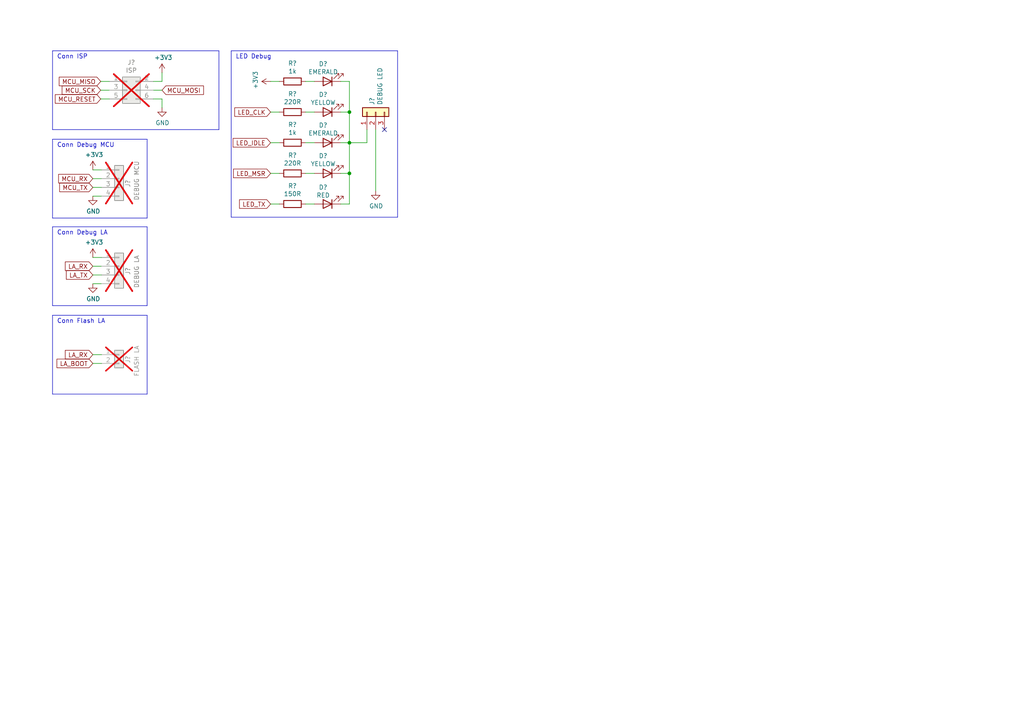
<source format=kicad_sch>
(kicad_sch (version 20230121) (generator eeschema)
  (paper "A4")
  (lib_symbols
    (symbol "Connector_Generic:Conn_01x02" (pin_names (offset 1.016) hide)
      (property "Reference" "J" (at 0 2.54 0))
      (property "Value" "Conn_01x02" (at 0 -5.08 0))
      (symbol "Conn_01x02_1_1"
        (rectangle (start -1.27 -2.413) (end 0 -2.667) (stroke (width 0.1524)))
        (rectangle (start -1.27 0.127) (end 0 -0.127) (stroke (width 0.1524)))
        (rectangle (start -1.27 1.27) (end 1.27 -3.81) (stroke (width 0.254)) (fill (type background)))
        (pin passive line (at -5.08 0 0) (length 3.81) (name "Pin_1") (number "1"))
        (pin passive line (at -5.08 -2.54 0) (length 3.81) (name "Pin_2") (number "2"))
      )
    )
    (symbol "Connector_Generic:Conn_01x03" (pin_names (offset 1.016) hide)
      (property "Reference" "J" (at 0 5.08 0))
      (property "Value" "Conn_01x03" (at 0 -5.08 0))
      (symbol "Conn_01x03_1_1"
        (rectangle (start -1.27 -2.413) (end 0 -2.667) (stroke (width 0.1524)))
        (rectangle (start -1.27 0.127) (end 0 -0.127) (stroke (width 0.1524)))
        (rectangle (start -1.27 2.667) (end 0 2.413) (stroke (width 0.1524)))
        (rectangle (start -1.27 3.81) (end 1.27 -3.81) (stroke (width 0.254)) (fill (type background)))
        (pin passive line (at -5.08 2.54 0) (length 3.81) (name "Pin_1") (number "1"))
        (pin passive line (at -5.08 0 0) (length 3.81) (name "Pin_2") (number "2"))
        (pin passive line (at -5.08 -2.54 0) (length 3.81) (name "Pin_3") (number "3"))
      )
    )
    (symbol "Connector_Generic:Conn_01x04" (pin_names (offset 1.016) hide)
      (property "Reference" "J" (at 0 5.08 0))
      (property "Value" "Conn_01x04" (at 0 -7.62 0))
      (symbol "Conn_01x04_1_1"
        (rectangle (start -1.27 -4.953) (end 0 -5.207) (stroke (width 0.1524)))
        (rectangle (start -1.27 -2.413) (end 0 -2.667) (stroke (width 0.1524)))
        (rectangle (start -1.27 0.127) (end 0 -0.127) (stroke (width 0.1524)))
        (rectangle (start -1.27 2.667) (end 0 2.413) (stroke (width 0.1524)))
        (rectangle (start -1.27 3.81) (end 1.27 -6.35) (stroke (width 0.254)) (fill (type background)))
        (pin passive line (at -5.08 2.54 0) (length 3.81) (name "Pin_1") (number "1"))
        (pin passive line (at -5.08 0 0) (length 3.81) (name "Pin_2") (number "2"))
        (pin passive line (at -5.08 -2.54 0) (length 3.81) (name "Pin_3") (number "3"))
        (pin passive line (at -5.08 -5.08 0) (length 3.81) (name "Pin_4") (number "4"))
      )
    )
    (symbol "Connector_Generic:Conn_02x03_Odd_Even" (pin_names (offset 1.016) hide)
      (property "Reference" "J" (at 1.27 5.08 0))
      (property "Value" "Conn_02x03_Odd_Even" (at 1.27 -5.08 0))
      (symbol "Conn_02x03_Odd_Even_1_1"
        (rectangle (start -1.27 -2.413) (end 0 -2.667) (stroke (width 0.1524)))
        (rectangle (start -1.27 0.127) (end 0 -0.127) (stroke (width 0.1524)))
        (rectangle (start -1.27 2.667) (end 0 2.413) (stroke (width 0.1524)))
        (rectangle (start -1.27 3.81) (end 3.81 -3.81) (stroke (width 0.254)) (fill (type background)))
        (rectangle (start 3.81 -2.413) (end 2.54 -2.667) (stroke (width 0.1524)))
        (rectangle (start 3.81 0.127) (end 2.54 -0.127) (stroke (width 0.1524)))
        (rectangle (start 3.81 2.667) (end 2.54 2.413) (stroke (width 0.1524)))
        (pin passive line (at -5.08 2.54 0) (length 3.81) (name "Pin_1") (number "1"))
        (pin passive line (at 7.62 2.54 180) (length 3.81) (name "Pin_2") (number "2"))
        (pin passive line (at -5.08 0 0) (length 3.81) (name "Pin_3") (number "3"))
        (pin passive line (at 7.62 0 180) (length 3.81) (name "Pin_4") (number "4"))
        (pin passive line (at -5.08 -2.54 0) (length 3.81) (name "Pin_5") (number "5"))
        (pin passive line (at 7.62 -2.54 180) (length 3.81) (name "Pin_6") (number "6"))
      )
    )
    (symbol "Device:LED" (pin_numbers hide) (pin_names (offset 1.016) hide)
      (property "Reference" "D" (at 0 2.54 0))
      (property "Value" "LED" (at 0 -2.54 0))
      (symbol "LED_0_1"
        (polyline (pts (xy -1.27 -1.27) (xy -1.27 1.27)) (stroke (width 0.254)))
        (polyline (pts (xy -1.27 0) (xy 1.27 0)))
        (polyline (pts (xy 1.27 -1.27) (xy 1.27 1.27) (xy -1.27 0) (xy 1.27 -1.27)) (stroke (width 0.254)))
        (polyline (pts (xy -3.048 -0.762) (xy -4.572 -2.286) (xy -3.81 -2.286) (xy -4.572 -2.286) (xy -4.572 -1.524)))
        (polyline (pts (xy -1.778 -0.762) (xy -3.302 -2.286) (xy -2.54 -2.286) (xy -3.302 -2.286) (xy -3.302 -1.524)))
      )
      (symbol "LED_1_1"
        (pin passive line (at -3.81 0 0) (length 2.54) (name "K") (number "1"))
        (pin passive line (at 3.81 0 180) (length 2.54) (name "A") (number "2"))
      )
    )
    (symbol "Device:R" (pin_numbers hide) (pin_names (offset 0))
      (property "Reference" "R" (at 2.032 0 90))
      (property "Value" "R" (at 0 0 90))
      (symbol "R_0_1"
        (rectangle (start -1.016 -2.54) (end 1.016 2.54) (stroke (width 0.254)))
      )
      (symbol "R_1_1"
        (pin passive line (at 0 3.81 270) (length 1.27) (name "~") (number "1"))
        (pin passive line (at 0 -3.81 90) (length 1.27) (name "~") (number "2"))
      )
    )
    (symbol "lofence-rescue:+3.3V-power" (power) (pin_names (offset 0))
      (property "Value" "+3.3V-power" (at 0 3.556 0))
      (symbol "+3.3V-power_0_1"
        (polyline (pts (xy -0.762 1.27) (xy 0 2.54)))
        (polyline (pts (xy 0 0) (xy 0 2.54)))
        (polyline (pts (xy 0 2.54) (xy 0.762 1.27)))
      )
      (symbol "+3.3V-power_1_1"
        (pin power_in line (at 0 0 90) (length 0) hide (name "+3V3") (number "1"))
      )
    )
    (symbol "power:GND" (power) (pin_names (offset 0))
      (property "Value" "GND" (at 0 -3.81 0))
      (symbol "GND_0_1"
        (polyline (pts (xy 0 0) (xy 0 -1.27) (xy 1.27 -1.27) (xy 0 -2.54) (xy -1.27 -1.27) (xy 0 -1.27)))
      )
      (symbol "GND_1_1"
        (pin power_in line (at 0 0 270) (length 0) hide (name "GND") (number "1"))
      )
    )
  )
  (junction (at 101.346 32.512))
  (junction (at 101.346 41.402))
  (junction (at 101.346 50.292))
  (no_connect (at 111.506 37.592))
  (polyline (pts (xy 42.672 91.44) (xy 15.24 91.44)))
  (wire (pts (xy 31.75 28.702) (xy 29.21 28.702)))
  (wire (pts (xy 29.464 51.816) (xy 26.924 51.816)))
  (wire (pts (xy 101.346 41.402) (xy 98.806 41.402)))
  (polyline (pts (xy 42.672 63.246) (xy 42.672 40.386)))
  (polyline (pts (xy 15.24 14.732) (xy 63.5 14.732)))
  (polyline (pts (xy 63.5 37.592) (xy 15.24 37.592)))
  (polyline (pts (xy 42.672 114.3) (xy 42.672 91.44)))
  (wire (pts (xy 78.486 32.512) (xy 81.026 32.512)))
  (wire (pts (xy 46.99 23.622) (xy 46.99 21.082)))
  (wire (pts (xy 101.346 41.402) (xy 106.426 41.402)))
  (wire (pts (xy 101.346 23.622) (xy 98.806 23.622)))
  (wire (pts (xy 29.464 74.676) (xy 26.924 74.676)))
  (wire (pts (xy 78.486 41.402) (xy 81.026 41.402)))
  (wire (pts (xy 91.186 59.182) (xy 88.646 59.182)))
  (wire (pts (xy 31.75 23.622) (xy 29.21 23.622)))
  (polyline (pts (xy 42.672 63.246) (xy 15.24 63.246)))
  (wire (pts (xy 101.346 59.182) (xy 101.346 50.292)))
  (wire (pts (xy 29.464 56.896) (xy 26.924 56.896)))
  (wire (pts (xy 78.486 59.182) (xy 81.026 59.182)))
  (wire (pts (xy 91.186 32.512) (xy 88.646 32.512)))
  (wire (pts (xy 31.75 26.162) (xy 29.21 26.162)))
  (polyline (pts (xy 42.672 88.646) (xy 42.672 65.786)))
  (polyline (pts (xy 15.24 63.246) (xy 15.24 40.386)))
  (wire (pts (xy 46.99 26.162) (xy 44.45 26.162)))
  (polyline (pts (xy 115.316 14.732) (xy 67.056 14.732)))
  (wire (pts (xy 106.426 41.402) (xy 106.426 37.592)))
  (polyline (pts (xy 15.24 14.732) (xy 15.24 37.592)))
  (polyline (pts (xy 15.24 114.3) (xy 42.672 114.3)))
  (wire (pts (xy 26.924 102.87) (xy 29.464 102.87)))
  (polyline (pts (xy 42.672 40.386) (xy 15.24 40.386)))
  (polyline (pts (xy 15.24 88.646) (xy 15.24 65.786)))
  (wire (pts (xy 78.486 50.292) (xy 81.026 50.292)))
  (polyline (pts (xy 67.056 14.732) (xy 67.056 62.992)))
  (wire (pts (xy 29.464 49.276) (xy 26.924 49.276)))
  (polyline (pts (xy 15.24 114.3) (xy 15.24 91.44)))
  (wire (pts (xy 29.464 82.296) (xy 26.924 82.296)))
  (wire (pts (xy 78.486 23.622) (xy 81.026 23.622)))
  (wire (pts (xy 91.186 23.622) (xy 88.646 23.622)))
  (wire (pts (xy 101.346 50.292) (xy 98.806 50.292)))
  (wire (pts (xy 29.464 54.356) (xy 26.924 54.356)))
  (wire (pts (xy 101.346 59.182) (xy 98.806 59.182)))
  (polyline (pts (xy 115.316 14.732) (xy 115.316 62.992)))
  (wire (pts (xy 26.924 79.756) (xy 29.464 79.756)))
  (wire (pts (xy 46.99 28.702) (xy 44.45 28.702)))
  (wire (pts (xy 46.99 31.242) (xy 46.99 28.702)))
  (polyline (pts (xy 115.316 62.992) (xy 67.056 62.992)))
  (wire (pts (xy 101.346 50.292) (xy 101.346 41.402)))
  (wire (pts (xy 26.924 105.41) (xy 29.464 105.41)))
  (wire (pts (xy 91.186 50.292) (xy 88.646 50.292)))
  (polyline (pts (xy 42.672 65.786) (xy 15.24 65.786)))
  (polyline (pts (xy 15.24 88.646) (xy 42.672 88.646)))
  (polyline (pts (xy 63.5 14.732) (xy 63.5 37.592)))
  (wire (pts (xy 108.966 55.372) (xy 108.966 37.592)))
  (wire (pts (xy 101.346 41.402) (xy 101.346 32.512)))
  (wire (pts (xy 101.346 32.512) (xy 98.806 32.512)))
  (wire (pts (xy 101.346 23.622) (xy 101.346 32.512)))
  (wire (pts (xy 26.924 77.216) (xy 29.464 77.216)))
  (wire (pts (xy 44.45 23.622) (xy 46.99 23.622)))
  (wire (pts (xy 88.646 41.402) (xy 91.186 41.402)))
  (text "Conn Flash LA" (at 16.51 93.98 0) (effects (font (size 1.27 1.27)) (justify left bottom)))
  (text "Conn Debug MCU" (at 16.51 42.926 0) (effects (font (size 1.27 1.27)) (justify left bottom)))
  (text "Conn Debug LA" (at 16.51 68.326 0) (effects (font (size 1.27 1.27)) (justify left bottom)))
  (text "Conn ISP" (at 16.51 17.272 0) (effects (font (size 1.27 1.27)) (justify left bottom)))
  (text "LED Debug" (at 68.326 17.272 0) (effects (font (size 1.27 1.27)) (justify left bottom)))
  (global_label "LED_CLK" (shape input) (at 78.486 32.512 180) (property "Intersheetrefs" "${INTERSHEET_REFS}" (effects hide)))
  (global_label "LED_IDLE" (shape input) (at 78.486 41.402 180) (property "Intersheetrefs" "${INTERSHEET_REFS}" (effects hide)))
  (global_label "MCU_MISO" (shape input) (at 29.21 23.622 180) (property "Intersheetrefs" "${INTERSHEET_REFS}" (effects hide)))
  (global_label "LA_RX" (shape input) (at 26.924 77.216 180) (property "Intersheetrefs" "${INTERSHEET_REFS}" (effects hide)))
  (global_label "LA_BOOT" (shape input) (at 26.924 105.41 180) (property "Intersheetrefs" "${INTERSHEET_REFS}" (effects hide)))
  (global_label "MCU_MOSI" (shape input) (at 46.99 26.162 0) (property "Intersheetrefs" "${INTERSHEET_REFS}" (effects hide)))
  (global_label "MCU_RX" (shape input) (at 26.924 51.816 180) (property "Intersheetrefs" "${INTERSHEET_REFS}" (effects hide)))
  (global_label "LA_RX" (shape input) (at 26.924 102.87 180) (property "Intersheetrefs" "${INTERSHEET_REFS}" (effects hide)))
  (global_label "MCU_TX" (shape input) (at 26.924 54.356 180) (property "Intersheetrefs" "${INTERSHEET_REFS}" (effects hide)))
  (global_label "LA_TX" (shape input) (at 26.924 79.756 180) (property "Intersheetrefs" "${INTERSHEET_REFS}" (effects hide)))
  (global_label "LED_MSR" (shape input) (at 78.486 50.292 180) (property "Intersheetrefs" "${INTERSHEET_REFS}" (effects hide)))
  (global_label "LED_TX" (shape input) (at 78.486 59.182 180) (property "Intersheetrefs" "${INTERSHEET_REFS}" (effects hide)))
  (global_label "MCU_RESET" (shape input) (at 29.21 28.702 180) (property "Intersheetrefs" "${INTERSHEET_REFS}" (effects hide)))
  (global_label "MCU_SCK" (shape input) (at 29.21 26.162 180) (property "Intersheetrefs" "${INTERSHEET_REFS}" (effects hide)))
  (symbol (lib_id "Device:LED") (at 94.996 23.622 180) (unit 1)
    (property "Reference" "D?" (at 93.726 18.542 0))
    (property "Value" "EMERALD" (at 93.726 20.8534 0))
    (property "Footprint" "LED_SMD:LED_0805_2012Metric_Pad1.15x1.40mm_HandSolder" (effects hide))
    (property "JLCPCB Part #" "C2297" (effects hide))
    (instances (project "LoFence" (path "" (reference "D?") (unit 1)) (path "" (reference "D4") (unit 1))))
  )
  (symbol (lib_id "lofence-rescue:+3.3V-power") (at 26.924 74.676 0) (unit 1)
    (property "Reference" "#PWR?" (effects hide))
    (property "Value" "+3.3V" (at 27.305 70.2818 0))
    (instances (project "LoFence" (path "" (reference "#PWR?") (unit 1)) (path "" (reference "#PWR035") (unit 1))))
  )
  (symbol (lib_id "Device:LED") (at 94.996 41.402 180) (unit 1)
    (property "Reference" "D?" (at 93.726 36.322 0))
    (property "Value" "EMERALD" (at 93.726 38.6334 0))
    (property "Footprint" "LED_SMD:LED_0805_2012Metric_Pad1.15x1.40mm_HandSolder" (effects hide))
    (property "JLCPCB Part #" "C2297" (effects hide))
    (instances (project "LoFence" (path "" (reference "D?") (unit 1)) (path "" (reference "D6") (unit 1))))
  )
  (symbol (lib_id "Connector_Generic:Conn_01x04") (at 34.544 77.216 0) (unit 1) (in_bom no) (dnp yes)
    (property "Reference" "J?" (at 37.084 79.756 90) (effects (justify left)))
    (property "Value" "DEBUG LA" (at 39.624 83.566 90) (effects (justify left)))
    (property "Footprint" "Connector_PinHeader_2.54mm:PinHeader_1x04_P2.54mm_Vertical" (effects hide))
    (instances (project "LoFence" (path "" (reference "J?") (unit 1)) (path "" (reference "J6") (unit 1))))
  )
  (symbol (lib_id "lofence-rescue:+3.3V-power") (at 46.99 21.082 0) (unit 1)
    (property "Reference" "#PWR?" (effects hide))
    (property "Value" "+3.3V" (at 47.371 16.6878 0))
    (instances (project "LoFence" (path "" (reference "#PWR?") (unit 1)) (path "" (reference "#PWR037") (unit 1))))
  )
  (symbol (lib_id "Device:LED") (at 94.996 50.292 180) (unit 1)
    (property "Reference" "D?" (at 93.726 45.212 0))
    (property "Value" "YELLOW" (at 93.726 47.5234 0))
    (property "Footprint" "LED_SMD:LED_0805_2012Metric_Pad1.15x1.40mm_HandSolder" (effects hide))
    (property "JLCPCB Part #" "C2296" (effects hide))
    (instances (project "LoFence" (path "" (reference "D?") (unit 1)) (path "" (reference "D7") (unit 1))))
  )
  (symbol (lib_id "Device:R") (at 84.836 32.512 270) (unit 1)
    (property "Reference" "R?" (at 84.836 27.2542 90))
    (property "Value" "220R" (at 84.836 29.5656 90))
    (property "Footprint" "Resistor_SMD:R_0603_1608Metric_Pad0.98x0.95mm_HandSolder" (effects hide))
    (instances (project "LoFence" (path "" (reference "R?") (unit 1)) (path "" (reference "R20") (unit 1))))
  )
  (symbol (lib_id "power:GND") (at 26.924 56.896 0) (unit 1)
    (property "Reference" "#PWR?" (effects hide))
    (property "Value" "GND" (at 27.051 61.2902 0))
    (instances (project "LoFence" (path "" (reference "#PWR?") (unit 1)) (path "" (reference "#PWR034") (unit 1))))
  )
  (symbol (lib_id "power:GND") (at 26.924 82.296 0) (unit 1)
    (property "Reference" "#PWR?" (effects hide))
    (property "Value" "GND" (at 27.051 86.6902 0))
    (instances (project "LoFence" (path "" (reference "#PWR?") (unit 1)) (path "" (reference "#PWR036") (unit 1))))
  )
  (symbol (lib_id "power:GND") (at 108.966 55.372 0) (unit 1)
    (property "Reference" "#PWR?" (effects hide))
    (property "Value" "GND" (at 109.093 59.7662 0))
    (instances (project "LoFence" (path "" (reference "#PWR?") (unit 1)) (path "" (reference "#PWR040") (unit 1))))
  )
  (symbol (lib_id "Device:R") (at 84.836 50.292 270) (unit 1)
    (property "Reference" "R?" (at 84.836 45.0342 90))
    (property "Value" "220R" (at 84.836 47.3456 90))
    (property "Footprint" "Resistor_SMD:R_0603_1608Metric_Pad0.98x0.95mm_HandSolder" (effects hide))
    (instances (project "LoFence" (path "" (reference "R?") (unit 1)) (path "" (reference "R22") (unit 1))))
  )
  (symbol (lib_id "Device:R") (at 84.836 23.622 270) (unit 1)
    (property "Reference" "R?" (at 84.836 18.3642 90))
    (property "Value" "1k" (at 84.836 20.6756 90))
    (property "Footprint" "Resistor_SMD:R_0603_1608Metric_Pad0.98x0.95mm_HandSolder" (effects hide))
    (instances (project "LoFence" (path "" (reference "R?") (unit 1)) (path "" (reference "R19") (unit 1))))
  )
  (symbol (lib_id "lofence-rescue:+3.3V-power") (at 78.486 23.622 90) (unit 1)
    (property "Reference" "#PWR?" (effects hide))
    (property "Value" "+3.3V" (at 74.0918 23.241 0))
    (instances (project "LoFence" (path "" (reference "#PWR?") (unit 1)) (path "" (reference "#PWR039") (unit 1))))
  )
  (symbol (lib_id "Connector_Generic:Conn_02x03_Odd_Even") (at 36.83 26.162 0) (unit 1) (in_bom no) (dnp yes)
    (property "Reference" "J?" (at 38.1 18.1102 0))
    (property "Value" "ISP" (at 38.1 20.4216 0))
    (property "Footprint" "Connector_PinHeader_2.54mm:PinHeader_2x03_P2.54mm_Vertical" (effects hide))
    (instances (project "LoFence" (path "" (reference "J?") (unit 1)) (path "" (reference "J3") (unit 1))))
  )
  (symbol (lib_id "lofence-rescue:+3.3V-power") (at 26.924 49.276 0) (unit 1)
    (property "Reference" "#PWR?" (effects hide))
    (property "Value" "+3.3V" (at 27.305 44.8818 0))
    (instances (project "LoFence" (path "" (reference "#PWR?") (unit 1)) (path "" (reference "#PWR033") (unit 1))))
  )
  (symbol (lib_id "Connector_Generic:Conn_01x04") (at 34.544 51.816 0) (unit 1) (in_bom no) (dnp yes)
    (property "Reference" "J?" (at 37.084 54.356 90) (effects (justify left)))
    (property "Value" "DEBUG MCU" (at 39.624 58.166 90) (effects (justify left)))
    (property "Footprint" "Connector_PinHeader_2.54mm:PinHeader_1x04_P2.54mm_Vertical" (effects hide))
    (instances (project "LoFence" (path "" (reference "J?") (unit 1)) (path "" (reference "J5") (unit 1))))
  )
  (symbol (lib_id "power:GND") (at 46.99 31.242 0) (unit 1)
    (property "Reference" "#PWR?" (effects hide))
    (property "Value" "GND" (at 47.117 35.6362 0))
    (instances (project "LoFence" (path "" (reference "#PWR?") (unit 1)) (path "" (reference "#PWR038") (unit 1))))
  )
  (symbol (lib_id "Device:LED") (at 94.996 59.182 180) (unit 1)
    (property "Reference" "D?" (at 93.726 54.3306 0))
    (property "Value" "RED" (at 93.726 56.642 0))
    (property "Footprint" "LED_SMD:LED_0805_2012Metric_Pad1.15x1.40mm_HandSolder" (effects hide))
    (property "JLCPCB Part #" "C84256" (effects hide))
    (instances (project "LoFence" (path "" (reference "D?") (unit 1)) (path "" (reference "D8") (unit 1))))
  )
  (symbol (lib_id "Connector_Generic:Conn_01x03") (at 108.966 32.512 90) (unit 1) (in_bom no)
    (property "Reference" "J?" (at 107.8992 30.48 0) (effects (justify left)))
    (property "Value" "DEBUG LED" (at 110.2106 30.48 0) (effects (justify left)))
    (property "Footprint" "Connector_PinHeader_2.54mm:PinHeader_1x03_P2.54mm_Vertical" (effects hide))
    (instances (project "LoFence" (path "" (reference "J?") (unit 1)) (path "" (reference "J4") (unit 1))))
  )
  (symbol (lib_id "Connector_Generic:Conn_01x02") (at 34.544 102.87 0) (unit 1) (in_bom no) (dnp yes)
    (property "Reference" "J?" (at 37.084 105.41 90) (effects (justify left)))
    (property "Value" "FLASH LA" (at 39.624 109.22 90) (effects (justify left)))
    (property "Footprint" "Connector_PinHeader_2.54mm:PinHeader_1x02_P2.54mm_Vertical" (effects hide))
    (instances (project "LoFence" (path "" (reference "J?") (unit 1)) (path "" (reference "J7") (unit 1))))
  )
  (symbol (lib_id "Device:LED") (at 94.996 32.512 180) (unit 1)
    (property "Reference" "D?" (at 93.726 27.432 0))
    (property "Value" "YELLOW" (at 93.726 29.7434 0))
    (property "Footprint" "LED_SMD:LED_0805_2012Metric_Pad1.15x1.40mm_HandSolder" (effects hide))
    (property "JLCPCB Part #" "C2296" (effects hide))
    (instances (project "LoFence" (path "" (reference "D?") (unit 1)) (path "" (reference "D5") (unit 1))))
  )
  (symbol (lib_id "Device:R") (at 84.836 59.182 270) (unit 1)
    (property "Reference" "R?" (at 84.836 53.9242 90))
    (property "Value" "150R" (at 84.836 56.2356 90))
    (property "Footprint" "Resistor_SMD:R_0603_1608Metric_Pad0.98x0.95mm_HandSolder" (effects hide))
    (instances (project "LoFence" (path "" (reference "R?") (unit 1)) (path "" (reference "R23") (unit 1))))
  )
  (symbol (lib_id "Device:R") (at 84.836 41.402 270) (unit 1)
    (property "Reference" "R?" (at 84.836 36.1442 90))
    (property "Value" "1k" (at 84.836 38.4556 90))
    (property "Footprint" "Resistor_SMD:R_0603_1608Metric_Pad0.98x0.95mm_HandSolder" (effects hide))
    (instances (project "LoFence" (path "" (reference "R?") (unit 1)) (path "" (reference "R21") (unit 1))))
  )
)
</source>
